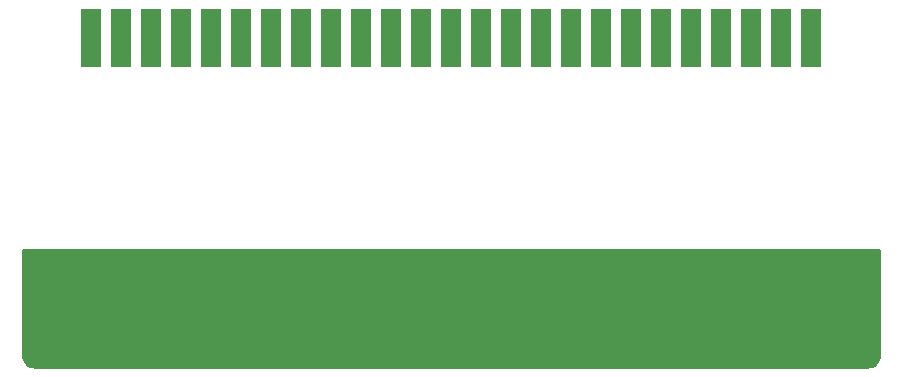
<source format=gbs>
G04 #@! TF.GenerationSoftware,KiCad,Pcbnew,(5.1.7)-1*
G04 #@! TF.CreationDate,2023-02-17T11:25:34-08:00*
G04 #@! TF.ProjectId,sms2mk3,736d7332-6d6b-4332-9e6b-696361645f70,rev?*
G04 #@! TF.SameCoordinates,Original*
G04 #@! TF.FileFunction,Soldermask,Bot*
G04 #@! TF.FilePolarity,Negative*
%FSLAX46Y46*%
G04 Gerber Fmt 4.6, Leading zero omitted, Abs format (unit mm)*
G04 Created by KiCad (PCBNEW (5.1.7)-1) date 2023-02-17 11:25:34*
%MOMM*%
%LPD*%
G01*
G04 APERTURE LIST*
%ADD10R,1.750000X5.000000*%
%ADD11R,2.000000X9.200000*%
%ADD12C,0.254000*%
%ADD13C,0.100000*%
G04 APERTURE END LIST*
D10*
X204735000Y-90180000D03*
X202195000Y-90180000D03*
X199655000Y-90180000D03*
X197115000Y-90180000D03*
X194575000Y-90180000D03*
X192035000Y-90180000D03*
X189495000Y-90180000D03*
X186955000Y-90180000D03*
X184415000Y-90180000D03*
X181875000Y-90180000D03*
X179335000Y-90180000D03*
X176795000Y-90180000D03*
X174255000Y-90180000D03*
X171715000Y-90180000D03*
X169175000Y-90180000D03*
X166635000Y-90180000D03*
X164095000Y-90180000D03*
X161555000Y-90180000D03*
X159015000Y-90180000D03*
X156475000Y-90180000D03*
X153935000Y-90180000D03*
X151395000Y-90180000D03*
X148855000Y-90180000D03*
X146315000Y-90180000D03*
X143775000Y-90180000D03*
D11*
X207850000Y-112650000D03*
X204650000Y-112650000D03*
X201450000Y-112650000D03*
X198250000Y-112650000D03*
X195050000Y-112650000D03*
X191850000Y-112650000D03*
X188650000Y-112650000D03*
X185450000Y-112650000D03*
X182250000Y-112650000D03*
X179050000Y-112650000D03*
X175850000Y-112650000D03*
X172650000Y-112650000D03*
X169450000Y-112650000D03*
X166250000Y-112650000D03*
X163050000Y-112650000D03*
X159850000Y-112650000D03*
X156650000Y-112650000D03*
X153450000Y-112650000D03*
X150250000Y-112650000D03*
X147050000Y-112650000D03*
X143850000Y-112650000D03*
X140650000Y-112650000D03*
D12*
X210500000Y-117000000D02*
X210480785Y-117195090D01*
X210423880Y-117382683D01*
X210331470Y-117555570D01*
X210207107Y-117707107D01*
X210055570Y-117831470D01*
X209882683Y-117923880D01*
X209695090Y-117980785D01*
X209500000Y-118000000D01*
X139000000Y-118000000D01*
X138804910Y-117980785D01*
X138617317Y-117923880D01*
X138444430Y-117831470D01*
X138292893Y-117707107D01*
X138168530Y-117555570D01*
X138076120Y-117382683D01*
X138019215Y-117195090D01*
X138000000Y-117000000D01*
X138000000Y-108177000D01*
X210500000Y-108177000D01*
X210500000Y-117000000D01*
D13*
G36*
X210500000Y-117000000D02*
G01*
X210480785Y-117195090D01*
X210423880Y-117382683D01*
X210331470Y-117555570D01*
X210207107Y-117707107D01*
X210055570Y-117831470D01*
X209882683Y-117923880D01*
X209695090Y-117980785D01*
X209500000Y-118000000D01*
X139000000Y-118000000D01*
X138804910Y-117980785D01*
X138617317Y-117923880D01*
X138444430Y-117831470D01*
X138292893Y-117707107D01*
X138168530Y-117555570D01*
X138076120Y-117382683D01*
X138019215Y-117195090D01*
X138000000Y-117000000D01*
X138000000Y-108177000D01*
X210500000Y-108177000D01*
X210500000Y-117000000D01*
G37*
M02*

</source>
